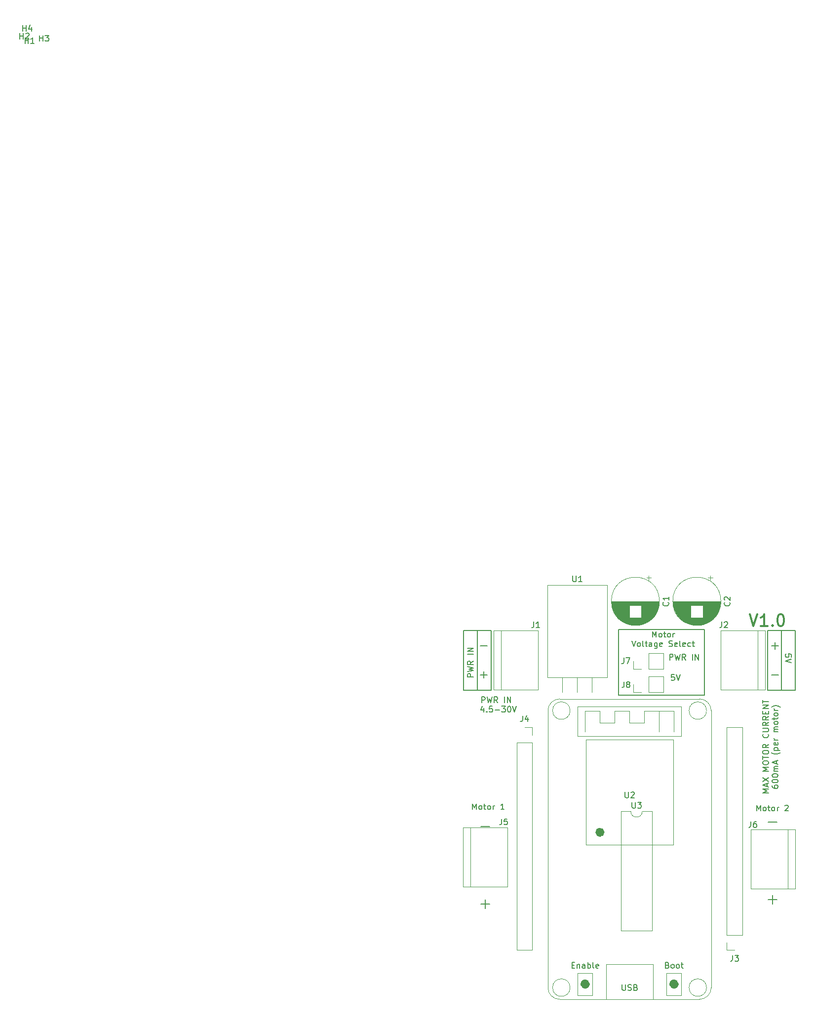
<source format=gbr>
%TF.GenerationSoftware,KiCad,Pcbnew,6.0.9-8da3e8f707~117~ubuntu18.04.1*%
%TF.CreationDate,2023-01-21T20:22:22-05:00*%
%TF.ProjectId,makers-motor-board,6d616b65-7273-42d6-9d6f-746f722d626f,rev?*%
%TF.SameCoordinates,Original*%
%TF.FileFunction,Legend,Top*%
%TF.FilePolarity,Positive*%
%FSLAX46Y46*%
G04 Gerber Fmt 4.6, Leading zero omitted, Abs format (unit mm)*
G04 Created by KiCad (PCBNEW 6.0.9-8da3e8f707~117~ubuntu18.04.1) date 2023-01-21 20:22:22*
%MOMM*%
%LPD*%
G01*
G04 APERTURE LIST*
%ADD10C,0.150000*%
%ADD11C,0.300000*%
%ADD12C,0.120000*%
%ADD13C,0.800000*%
%ADD14C,1.000000*%
G04 APERTURE END LIST*
D10*
X175209880Y-113505952D02*
X174209880Y-113505952D01*
X174924166Y-113172619D01*
X174209880Y-112839285D01*
X175209880Y-112839285D01*
X174924166Y-112410714D02*
X174924166Y-111934523D01*
X175209880Y-112505952D02*
X174209880Y-112172619D01*
X175209880Y-111839285D01*
X174209880Y-111601190D02*
X175209880Y-110934523D01*
X174209880Y-110934523D02*
X175209880Y-111601190D01*
X175209880Y-109791666D02*
X174209880Y-109791666D01*
X174924166Y-109458333D01*
X174209880Y-109125000D01*
X175209880Y-109125000D01*
X174209880Y-108458333D02*
X174209880Y-108267857D01*
X174257500Y-108172619D01*
X174352738Y-108077380D01*
X174543214Y-108029761D01*
X174876547Y-108029761D01*
X175067023Y-108077380D01*
X175162261Y-108172619D01*
X175209880Y-108267857D01*
X175209880Y-108458333D01*
X175162261Y-108553571D01*
X175067023Y-108648809D01*
X174876547Y-108696428D01*
X174543214Y-108696428D01*
X174352738Y-108648809D01*
X174257500Y-108553571D01*
X174209880Y-108458333D01*
X174209880Y-107744047D02*
X174209880Y-107172619D01*
X175209880Y-107458333D02*
X174209880Y-107458333D01*
X174209880Y-106648809D02*
X174209880Y-106458333D01*
X174257500Y-106363095D01*
X174352738Y-106267857D01*
X174543214Y-106220238D01*
X174876547Y-106220238D01*
X175067023Y-106267857D01*
X175162261Y-106363095D01*
X175209880Y-106458333D01*
X175209880Y-106648809D01*
X175162261Y-106744047D01*
X175067023Y-106839285D01*
X174876547Y-106886904D01*
X174543214Y-106886904D01*
X174352738Y-106839285D01*
X174257500Y-106744047D01*
X174209880Y-106648809D01*
X175209880Y-105220238D02*
X174733690Y-105553571D01*
X175209880Y-105791666D02*
X174209880Y-105791666D01*
X174209880Y-105410714D01*
X174257500Y-105315476D01*
X174305119Y-105267857D01*
X174400357Y-105220238D01*
X174543214Y-105220238D01*
X174638452Y-105267857D01*
X174686071Y-105315476D01*
X174733690Y-105410714D01*
X174733690Y-105791666D01*
X175114642Y-103458333D02*
X175162261Y-103505952D01*
X175209880Y-103648809D01*
X175209880Y-103744047D01*
X175162261Y-103886904D01*
X175067023Y-103982142D01*
X174971785Y-104029761D01*
X174781309Y-104077380D01*
X174638452Y-104077380D01*
X174447976Y-104029761D01*
X174352738Y-103982142D01*
X174257500Y-103886904D01*
X174209880Y-103744047D01*
X174209880Y-103648809D01*
X174257500Y-103505952D01*
X174305119Y-103458333D01*
X174209880Y-103029761D02*
X175019404Y-103029761D01*
X175114642Y-102982142D01*
X175162261Y-102934523D01*
X175209880Y-102839285D01*
X175209880Y-102648809D01*
X175162261Y-102553571D01*
X175114642Y-102505952D01*
X175019404Y-102458333D01*
X174209880Y-102458333D01*
X175209880Y-101410714D02*
X174733690Y-101744047D01*
X175209880Y-101982142D02*
X174209880Y-101982142D01*
X174209880Y-101601190D01*
X174257500Y-101505952D01*
X174305119Y-101458333D01*
X174400357Y-101410714D01*
X174543214Y-101410714D01*
X174638452Y-101458333D01*
X174686071Y-101505952D01*
X174733690Y-101601190D01*
X174733690Y-101982142D01*
X175209880Y-100410714D02*
X174733690Y-100744047D01*
X175209880Y-100982142D02*
X174209880Y-100982142D01*
X174209880Y-100601190D01*
X174257500Y-100505952D01*
X174305119Y-100458333D01*
X174400357Y-100410714D01*
X174543214Y-100410714D01*
X174638452Y-100458333D01*
X174686071Y-100505952D01*
X174733690Y-100601190D01*
X174733690Y-100982142D01*
X174686071Y-99982142D02*
X174686071Y-99648809D01*
X175209880Y-99505952D02*
X175209880Y-99982142D01*
X174209880Y-99982142D01*
X174209880Y-99505952D01*
X175209880Y-99077380D02*
X174209880Y-99077380D01*
X175209880Y-98505952D01*
X174209880Y-98505952D01*
X174209880Y-98172619D02*
X174209880Y-97601190D01*
X175209880Y-97886904D02*
X174209880Y-97886904D01*
X175819880Y-112267857D02*
X175819880Y-112458333D01*
X175867500Y-112553571D01*
X175915119Y-112601190D01*
X176057976Y-112696428D01*
X176248452Y-112744047D01*
X176629404Y-112744047D01*
X176724642Y-112696428D01*
X176772261Y-112648809D01*
X176819880Y-112553571D01*
X176819880Y-112363095D01*
X176772261Y-112267857D01*
X176724642Y-112220238D01*
X176629404Y-112172619D01*
X176391309Y-112172619D01*
X176296071Y-112220238D01*
X176248452Y-112267857D01*
X176200833Y-112363095D01*
X176200833Y-112553571D01*
X176248452Y-112648809D01*
X176296071Y-112696428D01*
X176391309Y-112744047D01*
X175819880Y-111553571D02*
X175819880Y-111458333D01*
X175867500Y-111363095D01*
X175915119Y-111315476D01*
X176010357Y-111267857D01*
X176200833Y-111220238D01*
X176438928Y-111220238D01*
X176629404Y-111267857D01*
X176724642Y-111315476D01*
X176772261Y-111363095D01*
X176819880Y-111458333D01*
X176819880Y-111553571D01*
X176772261Y-111648809D01*
X176724642Y-111696428D01*
X176629404Y-111744047D01*
X176438928Y-111791666D01*
X176200833Y-111791666D01*
X176010357Y-111744047D01*
X175915119Y-111696428D01*
X175867500Y-111648809D01*
X175819880Y-111553571D01*
X175819880Y-110601190D02*
X175819880Y-110505952D01*
X175867500Y-110410714D01*
X175915119Y-110363095D01*
X176010357Y-110315476D01*
X176200833Y-110267857D01*
X176438928Y-110267857D01*
X176629404Y-110315476D01*
X176724642Y-110363095D01*
X176772261Y-110410714D01*
X176819880Y-110505952D01*
X176819880Y-110601190D01*
X176772261Y-110696428D01*
X176724642Y-110744047D01*
X176629404Y-110791666D01*
X176438928Y-110839285D01*
X176200833Y-110839285D01*
X176010357Y-110791666D01*
X175915119Y-110744047D01*
X175867500Y-110696428D01*
X175819880Y-110601190D01*
X176819880Y-109839285D02*
X176153214Y-109839285D01*
X176248452Y-109839285D02*
X176200833Y-109791666D01*
X176153214Y-109696428D01*
X176153214Y-109553571D01*
X176200833Y-109458333D01*
X176296071Y-109410714D01*
X176819880Y-109410714D01*
X176296071Y-109410714D02*
X176200833Y-109363095D01*
X176153214Y-109267857D01*
X176153214Y-109125000D01*
X176200833Y-109029761D01*
X176296071Y-108982142D01*
X176819880Y-108982142D01*
X176534166Y-108553571D02*
X176534166Y-108077380D01*
X176819880Y-108648809D02*
X175819880Y-108315476D01*
X176819880Y-107982142D01*
X177200833Y-106601190D02*
X177153214Y-106648809D01*
X177010357Y-106744047D01*
X176915119Y-106791666D01*
X176772261Y-106839285D01*
X176534166Y-106886904D01*
X176343690Y-106886904D01*
X176105595Y-106839285D01*
X175962738Y-106791666D01*
X175867500Y-106744047D01*
X175724642Y-106648809D01*
X175677023Y-106601190D01*
X176153214Y-106220238D02*
X177153214Y-106220238D01*
X176200833Y-106220238D02*
X176153214Y-106125000D01*
X176153214Y-105934523D01*
X176200833Y-105839285D01*
X176248452Y-105791666D01*
X176343690Y-105744047D01*
X176629404Y-105744047D01*
X176724642Y-105791666D01*
X176772261Y-105839285D01*
X176819880Y-105934523D01*
X176819880Y-106125000D01*
X176772261Y-106220238D01*
X176772261Y-104934523D02*
X176819880Y-105029761D01*
X176819880Y-105220238D01*
X176772261Y-105315476D01*
X176677023Y-105363095D01*
X176296071Y-105363095D01*
X176200833Y-105315476D01*
X176153214Y-105220238D01*
X176153214Y-105029761D01*
X176200833Y-104934523D01*
X176296071Y-104886904D01*
X176391309Y-104886904D01*
X176486547Y-105363095D01*
X176819880Y-104458333D02*
X176153214Y-104458333D01*
X176343690Y-104458333D02*
X176248452Y-104410714D01*
X176200833Y-104363095D01*
X176153214Y-104267857D01*
X176153214Y-104172619D01*
X176819880Y-103077380D02*
X176153214Y-103077380D01*
X176248452Y-103077380D02*
X176200833Y-103029761D01*
X176153214Y-102934523D01*
X176153214Y-102791666D01*
X176200833Y-102696428D01*
X176296071Y-102648809D01*
X176819880Y-102648809D01*
X176296071Y-102648809D02*
X176200833Y-102601190D01*
X176153214Y-102505952D01*
X176153214Y-102363095D01*
X176200833Y-102267857D01*
X176296071Y-102220238D01*
X176819880Y-102220238D01*
X176819880Y-101601190D02*
X176772261Y-101696428D01*
X176724642Y-101744047D01*
X176629404Y-101791666D01*
X176343690Y-101791666D01*
X176248452Y-101744047D01*
X176200833Y-101696428D01*
X176153214Y-101601190D01*
X176153214Y-101458333D01*
X176200833Y-101363095D01*
X176248452Y-101315476D01*
X176343690Y-101267857D01*
X176629404Y-101267857D01*
X176724642Y-101315476D01*
X176772261Y-101363095D01*
X176819880Y-101458333D01*
X176819880Y-101601190D01*
X176153214Y-100982142D02*
X176153214Y-100601190D01*
X175819880Y-100839285D02*
X176677023Y-100839285D01*
X176772261Y-100791666D01*
X176819880Y-100696428D01*
X176819880Y-100601190D01*
X176819880Y-100125000D02*
X176772261Y-100220238D01*
X176724642Y-100267857D01*
X176629404Y-100315476D01*
X176343690Y-100315476D01*
X176248452Y-100267857D01*
X176200833Y-100220238D01*
X176153214Y-100125000D01*
X176153214Y-99982142D01*
X176200833Y-99886904D01*
X176248452Y-99839285D01*
X176343690Y-99791666D01*
X176629404Y-99791666D01*
X176724642Y-99839285D01*
X176772261Y-99886904D01*
X176819880Y-99982142D01*
X176819880Y-100125000D01*
X176819880Y-99363095D02*
X176153214Y-99363095D01*
X176343690Y-99363095D02*
X176248452Y-99315476D01*
X176200833Y-99267857D01*
X176153214Y-99172619D01*
X176153214Y-99077380D01*
X177200833Y-98839285D02*
X177153214Y-98791666D01*
X177010357Y-98696428D01*
X176915119Y-98648809D01*
X176772261Y-98601190D01*
X176534166Y-98553571D01*
X176343690Y-98553571D01*
X176105595Y-98601190D01*
X175962738Y-98648809D01*
X175867500Y-98696428D01*
X175724642Y-98791666D01*
X175677023Y-98839285D01*
D11*
X171952380Y-82904761D02*
X172619047Y-84904761D01*
X173285714Y-82904761D01*
X175000000Y-84904761D02*
X173857142Y-84904761D01*
X174428571Y-84904761D02*
X174428571Y-82904761D01*
X174238095Y-83190476D01*
X174047619Y-83380952D01*
X173857142Y-83476190D01*
X175857142Y-84714285D02*
X175952380Y-84809523D01*
X175857142Y-84904761D01*
X175761904Y-84809523D01*
X175857142Y-84714285D01*
X175857142Y-84904761D01*
X177190476Y-82904761D02*
X177380952Y-82904761D01*
X177571428Y-83000000D01*
X177666666Y-83095238D01*
X177761904Y-83285714D01*
X177857142Y-83666666D01*
X177857142Y-84142857D01*
X177761904Y-84523809D01*
X177666666Y-84714285D01*
X177571428Y-84809523D01*
X177380952Y-84904761D01*
X177190476Y-84904761D01*
X177000000Y-84809523D01*
X176904761Y-84714285D01*
X176809523Y-84523809D01*
X176714285Y-84142857D01*
X176714285Y-83666666D01*
X176809523Y-83285714D01*
X176904761Y-83095238D01*
X177000000Y-83000000D01*
X177190476Y-82904761D01*
D10*
X125850595Y-132567857D02*
X127374404Y-132567857D01*
X126612500Y-133329761D02*
X126612500Y-131805952D01*
X125850595Y-119317857D02*
X127374404Y-119317857D01*
X175100595Y-118567857D02*
X176624404Y-118567857D01*
X175100595Y-131817857D02*
X176624404Y-131817857D01*
X175862500Y-132579761D02*
X175862500Y-131055952D01*
X173172023Y-116627380D02*
X173172023Y-115627380D01*
X173505357Y-116341666D01*
X173838690Y-115627380D01*
X173838690Y-116627380D01*
X174457738Y-116627380D02*
X174362500Y-116579761D01*
X174314880Y-116532142D01*
X174267261Y-116436904D01*
X174267261Y-116151190D01*
X174314880Y-116055952D01*
X174362500Y-116008333D01*
X174457738Y-115960714D01*
X174600595Y-115960714D01*
X174695833Y-116008333D01*
X174743452Y-116055952D01*
X174791071Y-116151190D01*
X174791071Y-116436904D01*
X174743452Y-116532142D01*
X174695833Y-116579761D01*
X174600595Y-116627380D01*
X174457738Y-116627380D01*
X175076785Y-115960714D02*
X175457738Y-115960714D01*
X175219642Y-115627380D02*
X175219642Y-116484523D01*
X175267261Y-116579761D01*
X175362500Y-116627380D01*
X175457738Y-116627380D01*
X175933928Y-116627380D02*
X175838690Y-116579761D01*
X175791071Y-116532142D01*
X175743452Y-116436904D01*
X175743452Y-116151190D01*
X175791071Y-116055952D01*
X175838690Y-116008333D01*
X175933928Y-115960714D01*
X176076785Y-115960714D01*
X176172023Y-116008333D01*
X176219642Y-116055952D01*
X176267261Y-116151190D01*
X176267261Y-116436904D01*
X176219642Y-116532142D01*
X176172023Y-116579761D01*
X176076785Y-116627380D01*
X175933928Y-116627380D01*
X176695833Y-116627380D02*
X176695833Y-115960714D01*
X176695833Y-116151190D02*
X176743452Y-116055952D01*
X176791071Y-116008333D01*
X176886309Y-115960714D01*
X176981547Y-115960714D01*
X178029166Y-115722619D02*
X178076785Y-115675000D01*
X178172023Y-115627380D01*
X178410119Y-115627380D01*
X178505357Y-115675000D01*
X178552976Y-115722619D01*
X178600595Y-115817857D01*
X178600595Y-115913095D01*
X178552976Y-116055952D01*
X177981547Y-116627380D01*
X178600595Y-116627380D01*
X124422023Y-116377380D02*
X124422023Y-115377380D01*
X124755357Y-116091666D01*
X125088690Y-115377380D01*
X125088690Y-116377380D01*
X125707738Y-116377380D02*
X125612500Y-116329761D01*
X125564880Y-116282142D01*
X125517261Y-116186904D01*
X125517261Y-115901190D01*
X125564880Y-115805952D01*
X125612500Y-115758333D01*
X125707738Y-115710714D01*
X125850595Y-115710714D01*
X125945833Y-115758333D01*
X125993452Y-115805952D01*
X126041071Y-115901190D01*
X126041071Y-116186904D01*
X125993452Y-116282142D01*
X125945833Y-116329761D01*
X125850595Y-116377380D01*
X125707738Y-116377380D01*
X126326785Y-115710714D02*
X126707738Y-115710714D01*
X126469642Y-115377380D02*
X126469642Y-116234523D01*
X126517261Y-116329761D01*
X126612500Y-116377380D01*
X126707738Y-116377380D01*
X127183928Y-116377380D02*
X127088690Y-116329761D01*
X127041071Y-116282142D01*
X126993452Y-116186904D01*
X126993452Y-115901190D01*
X127041071Y-115805952D01*
X127088690Y-115758333D01*
X127183928Y-115710714D01*
X127326785Y-115710714D01*
X127422023Y-115758333D01*
X127469642Y-115805952D01*
X127517261Y-115901190D01*
X127517261Y-116186904D01*
X127469642Y-116282142D01*
X127422023Y-116329761D01*
X127326785Y-116377380D01*
X127183928Y-116377380D01*
X127945833Y-116377380D02*
X127945833Y-115710714D01*
X127945833Y-115901190D02*
X127993452Y-115805952D01*
X128041071Y-115758333D01*
X128136309Y-115710714D01*
X128231547Y-115710714D01*
X129850595Y-116377380D02*
X129279166Y-116377380D01*
X129564880Y-116377380D02*
X129564880Y-115377380D01*
X129469642Y-115520238D01*
X129374404Y-115615476D01*
X129279166Y-115663095D01*
X126005357Y-98072380D02*
X126005357Y-97072380D01*
X126386309Y-97072380D01*
X126481547Y-97120000D01*
X126529166Y-97167619D01*
X126576785Y-97262857D01*
X126576785Y-97405714D01*
X126529166Y-97500952D01*
X126481547Y-97548571D01*
X126386309Y-97596190D01*
X126005357Y-97596190D01*
X126910119Y-97072380D02*
X127148214Y-98072380D01*
X127338690Y-97358095D01*
X127529166Y-98072380D01*
X127767261Y-97072380D01*
X128719642Y-98072380D02*
X128386309Y-97596190D01*
X128148214Y-98072380D02*
X128148214Y-97072380D01*
X128529166Y-97072380D01*
X128624404Y-97120000D01*
X128672023Y-97167619D01*
X128719642Y-97262857D01*
X128719642Y-97405714D01*
X128672023Y-97500952D01*
X128624404Y-97548571D01*
X128529166Y-97596190D01*
X128148214Y-97596190D01*
X129910119Y-98072380D02*
X129910119Y-97072380D01*
X130386309Y-98072380D02*
X130386309Y-97072380D01*
X130957738Y-98072380D01*
X130957738Y-97072380D01*
X126338690Y-99015714D02*
X126338690Y-99682380D01*
X126100595Y-98634761D02*
X125862500Y-99349047D01*
X126481547Y-99349047D01*
X126862500Y-99587142D02*
X126910119Y-99634761D01*
X126862500Y-99682380D01*
X126814880Y-99634761D01*
X126862500Y-99587142D01*
X126862500Y-99682380D01*
X127814880Y-98682380D02*
X127338690Y-98682380D01*
X127291071Y-99158571D01*
X127338690Y-99110952D01*
X127433928Y-99063333D01*
X127672023Y-99063333D01*
X127767261Y-99110952D01*
X127814880Y-99158571D01*
X127862500Y-99253809D01*
X127862500Y-99491904D01*
X127814880Y-99587142D01*
X127767261Y-99634761D01*
X127672023Y-99682380D01*
X127433928Y-99682380D01*
X127338690Y-99634761D01*
X127291071Y-99587142D01*
X128291071Y-99301428D02*
X129052976Y-99301428D01*
X129433928Y-98682380D02*
X130052976Y-98682380D01*
X129719642Y-99063333D01*
X129862500Y-99063333D01*
X129957738Y-99110952D01*
X130005357Y-99158571D01*
X130052976Y-99253809D01*
X130052976Y-99491904D01*
X130005357Y-99587142D01*
X129957738Y-99634761D01*
X129862500Y-99682380D01*
X129576785Y-99682380D01*
X129481547Y-99634761D01*
X129433928Y-99587142D01*
X130672023Y-98682380D02*
X130767261Y-98682380D01*
X130862500Y-98730000D01*
X130910119Y-98777619D01*
X130957738Y-98872857D01*
X131005357Y-99063333D01*
X131005357Y-99301428D01*
X130957738Y-99491904D01*
X130910119Y-99587142D01*
X130862500Y-99634761D01*
X130767261Y-99682380D01*
X130672023Y-99682380D01*
X130576785Y-99634761D01*
X130529166Y-99587142D01*
X130481547Y-99491904D01*
X130433928Y-99301428D01*
X130433928Y-99063333D01*
X130481547Y-98872857D01*
X130529166Y-98777619D01*
X130576785Y-98730000D01*
X130672023Y-98682380D01*
X131291071Y-98682380D02*
X131624404Y-99682380D01*
X131957738Y-98682380D01*
X179800000Y-85670000D02*
X177425000Y-85670000D01*
X177425000Y-85670000D02*
X177425000Y-95920000D01*
X177425000Y-95920000D02*
X179800000Y-95920000D01*
X179800000Y-95920000D02*
X179800000Y-85670000D01*
X176871428Y-93312857D02*
X175728571Y-93312857D01*
X179097619Y-90229523D02*
X179097619Y-89753333D01*
X178621428Y-89705714D01*
X178669047Y-89753333D01*
X178716666Y-89848571D01*
X178716666Y-90086666D01*
X178669047Y-90181904D01*
X178621428Y-90229523D01*
X178526190Y-90277142D01*
X178288095Y-90277142D01*
X178192857Y-90229523D01*
X178145238Y-90181904D01*
X178097619Y-90086666D01*
X178097619Y-89848571D01*
X178145238Y-89753333D01*
X178192857Y-89705714D01*
X179097619Y-90562857D02*
X178097619Y-90896190D01*
X179097619Y-91229523D01*
X175050000Y-95920000D02*
X179800000Y-95920000D01*
X179800000Y-95920000D02*
X179800000Y-85670000D01*
X179800000Y-85670000D02*
X175050000Y-85670000D01*
X175050000Y-85670000D02*
X175050000Y-95920000D01*
X176871428Y-88312857D02*
X175728571Y-88312857D01*
X176300000Y-87741428D02*
X176300000Y-88884285D01*
X122862500Y-95925000D02*
X125237500Y-95925000D01*
X125237500Y-95925000D02*
X125237500Y-85675000D01*
X125237500Y-85675000D02*
X122862500Y-85675000D01*
X122862500Y-85675000D02*
X122862500Y-95925000D01*
X127612500Y-85675000D02*
X122862500Y-85675000D01*
X122862500Y-85675000D02*
X122862500Y-95925000D01*
X122862500Y-95925000D02*
X127612500Y-95925000D01*
X127612500Y-95925000D02*
X127612500Y-85675000D01*
X124564880Y-93651190D02*
X123564880Y-93651190D01*
X123564880Y-93270238D01*
X123612500Y-93175000D01*
X123660119Y-93127380D01*
X123755357Y-93079761D01*
X123898214Y-93079761D01*
X123993452Y-93127380D01*
X124041071Y-93175000D01*
X124088690Y-93270238D01*
X124088690Y-93651190D01*
X123564880Y-92746428D02*
X124564880Y-92508333D01*
X123850595Y-92317857D01*
X124564880Y-92127380D01*
X123564880Y-91889285D01*
X124564880Y-90936904D02*
X124088690Y-91270238D01*
X124564880Y-91508333D02*
X123564880Y-91508333D01*
X123564880Y-91127380D01*
X123612500Y-91032142D01*
X123660119Y-90984523D01*
X123755357Y-90936904D01*
X123898214Y-90936904D01*
X123993452Y-90984523D01*
X124041071Y-91032142D01*
X124088690Y-91127380D01*
X124088690Y-91508333D01*
X124564880Y-89746428D02*
X123564880Y-89746428D01*
X124564880Y-89270238D02*
X123564880Y-89270238D01*
X124564880Y-88698809D01*
X123564880Y-88698809D01*
X125791071Y-93282142D02*
X126933928Y-93282142D01*
X126362500Y-93853571D02*
X126362500Y-92710714D01*
X125791071Y-88282142D02*
X126933928Y-88282142D01*
X149478500Y-85538000D02*
X164228500Y-85538000D01*
X164228500Y-85538000D02*
X164228500Y-96788000D01*
X164228500Y-96788000D02*
X149478500Y-96788000D01*
X149478500Y-96788000D02*
X149478500Y-85538000D01*
X158252309Y-90740380D02*
X158252309Y-89740380D01*
X158633261Y-89740380D01*
X158728500Y-89788000D01*
X158776119Y-89835619D01*
X158823738Y-89930857D01*
X158823738Y-90073714D01*
X158776119Y-90168952D01*
X158728500Y-90216571D01*
X158633261Y-90264190D01*
X158252309Y-90264190D01*
X159157071Y-89740380D02*
X159395166Y-90740380D01*
X159585642Y-90026095D01*
X159776119Y-90740380D01*
X160014214Y-89740380D01*
X160966595Y-90740380D02*
X160633261Y-90264190D01*
X160395166Y-90740380D02*
X160395166Y-89740380D01*
X160776119Y-89740380D01*
X160871357Y-89788000D01*
X160918976Y-89835619D01*
X160966595Y-89930857D01*
X160966595Y-90073714D01*
X160918976Y-90168952D01*
X160871357Y-90216571D01*
X160776119Y-90264190D01*
X160395166Y-90264190D01*
X162157071Y-90740380D02*
X162157071Y-89740380D01*
X162633261Y-90740380D02*
X162633261Y-89740380D01*
X163204690Y-90740380D01*
X163204690Y-89740380D01*
X159038023Y-93240380D02*
X158561833Y-93240380D01*
X158514214Y-93716571D01*
X158561833Y-93668952D01*
X158657071Y-93621333D01*
X158895166Y-93621333D01*
X158990404Y-93668952D01*
X159038023Y-93716571D01*
X159085642Y-93811809D01*
X159085642Y-94049904D01*
X159038023Y-94145142D01*
X158990404Y-94192761D01*
X158895166Y-94240380D01*
X158657071Y-94240380D01*
X158561833Y-94192761D01*
X158514214Y-94145142D01*
X159371357Y-93240380D02*
X159704690Y-94240380D01*
X160038023Y-93240380D01*
X155279166Y-86822380D02*
X155279166Y-85822380D01*
X155612500Y-86536666D01*
X155945833Y-85822380D01*
X155945833Y-86822380D01*
X156564880Y-86822380D02*
X156469642Y-86774761D01*
X156422023Y-86727142D01*
X156374404Y-86631904D01*
X156374404Y-86346190D01*
X156422023Y-86250952D01*
X156469642Y-86203333D01*
X156564880Y-86155714D01*
X156707738Y-86155714D01*
X156802976Y-86203333D01*
X156850595Y-86250952D01*
X156898214Y-86346190D01*
X156898214Y-86631904D01*
X156850595Y-86727142D01*
X156802976Y-86774761D01*
X156707738Y-86822380D01*
X156564880Y-86822380D01*
X157183928Y-86155714D02*
X157564880Y-86155714D01*
X157326785Y-85822380D02*
X157326785Y-86679523D01*
X157374404Y-86774761D01*
X157469642Y-86822380D01*
X157564880Y-86822380D01*
X158041071Y-86822380D02*
X157945833Y-86774761D01*
X157898214Y-86727142D01*
X157850595Y-86631904D01*
X157850595Y-86346190D01*
X157898214Y-86250952D01*
X157945833Y-86203333D01*
X158041071Y-86155714D01*
X158183928Y-86155714D01*
X158279166Y-86203333D01*
X158326785Y-86250952D01*
X158374404Y-86346190D01*
X158374404Y-86631904D01*
X158326785Y-86727142D01*
X158279166Y-86774761D01*
X158183928Y-86822380D01*
X158041071Y-86822380D01*
X158802976Y-86822380D02*
X158802976Y-86155714D01*
X158802976Y-86346190D02*
X158850595Y-86250952D01*
X158898214Y-86203333D01*
X158993452Y-86155714D01*
X159088690Y-86155714D01*
X151755357Y-87432380D02*
X152088690Y-88432380D01*
X152422023Y-87432380D01*
X152898214Y-88432380D02*
X152802976Y-88384761D01*
X152755357Y-88337142D01*
X152707738Y-88241904D01*
X152707738Y-87956190D01*
X152755357Y-87860952D01*
X152802976Y-87813333D01*
X152898214Y-87765714D01*
X153041071Y-87765714D01*
X153136309Y-87813333D01*
X153183928Y-87860952D01*
X153231547Y-87956190D01*
X153231547Y-88241904D01*
X153183928Y-88337142D01*
X153136309Y-88384761D01*
X153041071Y-88432380D01*
X152898214Y-88432380D01*
X153802976Y-88432380D02*
X153707738Y-88384761D01*
X153660119Y-88289523D01*
X153660119Y-87432380D01*
X154041071Y-87765714D02*
X154422023Y-87765714D01*
X154183928Y-87432380D02*
X154183928Y-88289523D01*
X154231547Y-88384761D01*
X154326785Y-88432380D01*
X154422023Y-88432380D01*
X155183928Y-88432380D02*
X155183928Y-87908571D01*
X155136309Y-87813333D01*
X155041071Y-87765714D01*
X154850595Y-87765714D01*
X154755357Y-87813333D01*
X155183928Y-88384761D02*
X155088690Y-88432380D01*
X154850595Y-88432380D01*
X154755357Y-88384761D01*
X154707738Y-88289523D01*
X154707738Y-88194285D01*
X154755357Y-88099047D01*
X154850595Y-88051428D01*
X155088690Y-88051428D01*
X155183928Y-88003809D01*
X156088690Y-87765714D02*
X156088690Y-88575238D01*
X156041071Y-88670476D01*
X155993452Y-88718095D01*
X155898214Y-88765714D01*
X155755357Y-88765714D01*
X155660119Y-88718095D01*
X156088690Y-88384761D02*
X155993452Y-88432380D01*
X155802976Y-88432380D01*
X155707738Y-88384761D01*
X155660119Y-88337142D01*
X155612500Y-88241904D01*
X155612500Y-87956190D01*
X155660119Y-87860952D01*
X155707738Y-87813333D01*
X155802976Y-87765714D01*
X155993452Y-87765714D01*
X156088690Y-87813333D01*
X156945833Y-88384761D02*
X156850595Y-88432380D01*
X156660119Y-88432380D01*
X156564880Y-88384761D01*
X156517261Y-88289523D01*
X156517261Y-87908571D01*
X156564880Y-87813333D01*
X156660119Y-87765714D01*
X156850595Y-87765714D01*
X156945833Y-87813333D01*
X156993452Y-87908571D01*
X156993452Y-88003809D01*
X156517261Y-88099047D01*
X158136309Y-88384761D02*
X158279166Y-88432380D01*
X158517261Y-88432380D01*
X158612500Y-88384761D01*
X158660119Y-88337142D01*
X158707738Y-88241904D01*
X158707738Y-88146666D01*
X158660119Y-88051428D01*
X158612500Y-88003809D01*
X158517261Y-87956190D01*
X158326785Y-87908571D01*
X158231547Y-87860952D01*
X158183928Y-87813333D01*
X158136309Y-87718095D01*
X158136309Y-87622857D01*
X158183928Y-87527619D01*
X158231547Y-87480000D01*
X158326785Y-87432380D01*
X158564880Y-87432380D01*
X158707738Y-87480000D01*
X159517261Y-88384761D02*
X159422023Y-88432380D01*
X159231547Y-88432380D01*
X159136309Y-88384761D01*
X159088690Y-88289523D01*
X159088690Y-87908571D01*
X159136309Y-87813333D01*
X159231547Y-87765714D01*
X159422023Y-87765714D01*
X159517261Y-87813333D01*
X159564880Y-87908571D01*
X159564880Y-88003809D01*
X159088690Y-88099047D01*
X160136309Y-88432380D02*
X160041071Y-88384761D01*
X159993452Y-88289523D01*
X159993452Y-87432380D01*
X160898214Y-88384761D02*
X160802976Y-88432380D01*
X160612500Y-88432380D01*
X160517261Y-88384761D01*
X160469642Y-88289523D01*
X160469642Y-87908571D01*
X160517261Y-87813333D01*
X160612500Y-87765714D01*
X160802976Y-87765714D01*
X160898214Y-87813333D01*
X160945833Y-87908571D01*
X160945833Y-88003809D01*
X160469642Y-88099047D01*
X161802976Y-88384761D02*
X161707738Y-88432380D01*
X161517261Y-88432380D01*
X161422023Y-88384761D01*
X161374404Y-88337142D01*
X161326785Y-88241904D01*
X161326785Y-87956190D01*
X161374404Y-87860952D01*
X161422023Y-87813333D01*
X161517261Y-87765714D01*
X161707738Y-87765714D01*
X161802976Y-87813333D01*
X162088690Y-87765714D02*
X162469642Y-87765714D01*
X162231547Y-87432380D02*
X162231547Y-88289523D01*
X162279166Y-88384761D01*
X162374404Y-88432380D01*
X162469642Y-88432380D01*
%TO.C,J8*%
X150416666Y-94452380D02*
X150416666Y-95166666D01*
X150369047Y-95309523D01*
X150273809Y-95404761D01*
X150130952Y-95452380D01*
X150035714Y-95452380D01*
X151035714Y-94880952D02*
X150940476Y-94833333D01*
X150892857Y-94785714D01*
X150845238Y-94690476D01*
X150845238Y-94642857D01*
X150892857Y-94547619D01*
X150940476Y-94500000D01*
X151035714Y-94452380D01*
X151226190Y-94452380D01*
X151321428Y-94500000D01*
X151369047Y-94547619D01*
X151416666Y-94642857D01*
X151416666Y-94690476D01*
X151369047Y-94785714D01*
X151321428Y-94833333D01*
X151226190Y-94880952D01*
X151035714Y-94880952D01*
X150940476Y-94928571D01*
X150892857Y-94976190D01*
X150845238Y-95071428D01*
X150845238Y-95261904D01*
X150892857Y-95357142D01*
X150940476Y-95404761D01*
X151035714Y-95452380D01*
X151226190Y-95452380D01*
X151321428Y-95404761D01*
X151369047Y-95357142D01*
X151416666Y-95261904D01*
X151416666Y-95071428D01*
X151369047Y-94976190D01*
X151321428Y-94928571D01*
X151226190Y-94880952D01*
%TO.C,J7*%
X150395166Y-90377380D02*
X150395166Y-91091666D01*
X150347547Y-91234523D01*
X150252309Y-91329761D01*
X150109452Y-91377380D01*
X150014214Y-91377380D01*
X150776119Y-90377380D02*
X151442785Y-90377380D01*
X151014214Y-91377380D01*
%TO.C,J6*%
X172166666Y-118452380D02*
X172166666Y-119166666D01*
X172119047Y-119309523D01*
X172023809Y-119404761D01*
X171880952Y-119452380D01*
X171785714Y-119452380D01*
X173071428Y-118452380D02*
X172880952Y-118452380D01*
X172785714Y-118500000D01*
X172738095Y-118547619D01*
X172642857Y-118690476D01*
X172595238Y-118880952D01*
X172595238Y-119261904D01*
X172642857Y-119357142D01*
X172690476Y-119404761D01*
X172785714Y-119452380D01*
X172976190Y-119452380D01*
X173071428Y-119404761D01*
X173119047Y-119357142D01*
X173166666Y-119261904D01*
X173166666Y-119023809D01*
X173119047Y-118928571D01*
X173071428Y-118880952D01*
X172976190Y-118833333D01*
X172785714Y-118833333D01*
X172690476Y-118880952D01*
X172642857Y-118928571D01*
X172595238Y-119023809D01*
%TO.C,J5*%
X129416666Y-117992380D02*
X129416666Y-118706666D01*
X129369047Y-118849523D01*
X129273809Y-118944761D01*
X129130952Y-118992380D01*
X129035714Y-118992380D01*
X130369047Y-117992380D02*
X129892857Y-117992380D01*
X129845238Y-118468571D01*
X129892857Y-118420952D01*
X129988095Y-118373333D01*
X130226190Y-118373333D01*
X130321428Y-118420952D01*
X130369047Y-118468571D01*
X130416666Y-118563809D01*
X130416666Y-118801904D01*
X130369047Y-118897142D01*
X130321428Y-118944761D01*
X130226190Y-118992380D01*
X129988095Y-118992380D01*
X129892857Y-118944761D01*
X129845238Y-118897142D01*
%TO.C,J4*%
X133029166Y-100297380D02*
X133029166Y-101011666D01*
X132981547Y-101154523D01*
X132886309Y-101249761D01*
X132743452Y-101297380D01*
X132648214Y-101297380D01*
X133933928Y-100630714D02*
X133933928Y-101297380D01*
X133695833Y-100249761D02*
X133457738Y-100964047D01*
X134076785Y-100964047D01*
%TO.C,J3*%
X169029166Y-141397380D02*
X169029166Y-142111666D01*
X168981547Y-142254523D01*
X168886309Y-142349761D01*
X168743452Y-142397380D01*
X168648214Y-142397380D01*
X169410119Y-141397380D02*
X170029166Y-141397380D01*
X169695833Y-141778333D01*
X169838690Y-141778333D01*
X169933928Y-141825952D01*
X169981547Y-141873571D01*
X170029166Y-141968809D01*
X170029166Y-142206904D01*
X169981547Y-142302142D01*
X169933928Y-142349761D01*
X169838690Y-142397380D01*
X169552976Y-142397380D01*
X169457738Y-142349761D01*
X169410119Y-142302142D01*
%TO.C,J2*%
X167166666Y-84202380D02*
X167166666Y-84916666D01*
X167119047Y-85059523D01*
X167023809Y-85154761D01*
X166880952Y-85202380D01*
X166785714Y-85202380D01*
X167595238Y-84297619D02*
X167642857Y-84250000D01*
X167738095Y-84202380D01*
X167976190Y-84202380D01*
X168071428Y-84250000D01*
X168119047Y-84297619D01*
X168166666Y-84392857D01*
X168166666Y-84488095D01*
X168119047Y-84630952D01*
X167547619Y-85202380D01*
X168166666Y-85202380D01*
%TO.C,J1*%
X134916666Y-84202380D02*
X134916666Y-84916666D01*
X134869047Y-85059523D01*
X134773809Y-85154761D01*
X134630952Y-85202380D01*
X134535714Y-85202380D01*
X135916666Y-85202380D02*
X135345238Y-85202380D01*
X135630952Y-85202380D02*
X135630952Y-84202380D01*
X135535714Y-84345238D01*
X135440476Y-84440476D01*
X135345238Y-84488095D01*
%TO.C,U2*%
X150600595Y-113387380D02*
X150600595Y-114196904D01*
X150648214Y-114292142D01*
X150695833Y-114339761D01*
X150791071Y-114387380D01*
X150981547Y-114387380D01*
X151076785Y-114339761D01*
X151124404Y-114292142D01*
X151172023Y-114196904D01*
X151172023Y-113387380D01*
X151600595Y-113482619D02*
X151648214Y-113435000D01*
X151743452Y-113387380D01*
X151981547Y-113387380D01*
X152076785Y-113435000D01*
X152124404Y-113482619D01*
X152172023Y-113577857D01*
X152172023Y-113673095D01*
X152124404Y-113815952D01*
X151552976Y-114387380D01*
X152172023Y-114387380D01*
X141480595Y-143073571D02*
X141813928Y-143073571D01*
X141956785Y-143597380D02*
X141480595Y-143597380D01*
X141480595Y-142597380D01*
X141956785Y-142597380D01*
X142385357Y-142930714D02*
X142385357Y-143597380D01*
X142385357Y-143025952D02*
X142432976Y-142978333D01*
X142528214Y-142930714D01*
X142671071Y-142930714D01*
X142766309Y-142978333D01*
X142813928Y-143073571D01*
X142813928Y-143597380D01*
X143718690Y-143597380D02*
X143718690Y-143073571D01*
X143671071Y-142978333D01*
X143575833Y-142930714D01*
X143385357Y-142930714D01*
X143290119Y-142978333D01*
X143718690Y-143549761D02*
X143623452Y-143597380D01*
X143385357Y-143597380D01*
X143290119Y-143549761D01*
X143242500Y-143454523D01*
X143242500Y-143359285D01*
X143290119Y-143264047D01*
X143385357Y-143216428D01*
X143623452Y-143216428D01*
X143718690Y-143168809D01*
X144194880Y-143597380D02*
X144194880Y-142597380D01*
X144194880Y-142978333D02*
X144290119Y-142930714D01*
X144480595Y-142930714D01*
X144575833Y-142978333D01*
X144623452Y-143025952D01*
X144671071Y-143121190D01*
X144671071Y-143406904D01*
X144623452Y-143502142D01*
X144575833Y-143549761D01*
X144480595Y-143597380D01*
X144290119Y-143597380D01*
X144194880Y-143549761D01*
X145242500Y-143597380D02*
X145147261Y-143549761D01*
X145099642Y-143454523D01*
X145099642Y-142597380D01*
X146004404Y-143549761D02*
X145909166Y-143597380D01*
X145718690Y-143597380D01*
X145623452Y-143549761D01*
X145575833Y-143454523D01*
X145575833Y-143073571D01*
X145623452Y-142978333D01*
X145718690Y-142930714D01*
X145909166Y-142930714D01*
X146004404Y-142978333D01*
X146052023Y-143073571D01*
X146052023Y-143168809D01*
X145575833Y-143264047D01*
X157863452Y-143073571D02*
X158006309Y-143121190D01*
X158053928Y-143168809D01*
X158101547Y-143264047D01*
X158101547Y-143406904D01*
X158053928Y-143502142D01*
X158006309Y-143549761D01*
X157911071Y-143597380D01*
X157530119Y-143597380D01*
X157530119Y-142597380D01*
X157863452Y-142597380D01*
X157958690Y-142645000D01*
X158006309Y-142692619D01*
X158053928Y-142787857D01*
X158053928Y-142883095D01*
X158006309Y-142978333D01*
X157958690Y-143025952D01*
X157863452Y-143073571D01*
X157530119Y-143073571D01*
X158672976Y-143597380D02*
X158577738Y-143549761D01*
X158530119Y-143502142D01*
X158482500Y-143406904D01*
X158482500Y-143121190D01*
X158530119Y-143025952D01*
X158577738Y-142978333D01*
X158672976Y-142930714D01*
X158815833Y-142930714D01*
X158911071Y-142978333D01*
X158958690Y-143025952D01*
X159006309Y-143121190D01*
X159006309Y-143406904D01*
X158958690Y-143502142D01*
X158911071Y-143549761D01*
X158815833Y-143597380D01*
X158672976Y-143597380D01*
X159577738Y-143597380D02*
X159482500Y-143549761D01*
X159434880Y-143502142D01*
X159387261Y-143406904D01*
X159387261Y-143121190D01*
X159434880Y-143025952D01*
X159482500Y-142978333D01*
X159577738Y-142930714D01*
X159720595Y-142930714D01*
X159815833Y-142978333D01*
X159863452Y-143025952D01*
X159911071Y-143121190D01*
X159911071Y-143406904D01*
X159863452Y-143502142D01*
X159815833Y-143549761D01*
X159720595Y-143597380D01*
X159577738Y-143597380D01*
X160196785Y-142930714D02*
X160577738Y-142930714D01*
X160339642Y-142597380D02*
X160339642Y-143454523D01*
X160387261Y-143549761D01*
X160482500Y-143597380D01*
X160577738Y-143597380D01*
X150100595Y-146407380D02*
X150100595Y-147216904D01*
X150148214Y-147312142D01*
X150195833Y-147359761D01*
X150291071Y-147407380D01*
X150481547Y-147407380D01*
X150576785Y-147359761D01*
X150624404Y-147312142D01*
X150672023Y-147216904D01*
X150672023Y-146407380D01*
X151100595Y-147359761D02*
X151243452Y-147407380D01*
X151481547Y-147407380D01*
X151576785Y-147359761D01*
X151624404Y-147312142D01*
X151672023Y-147216904D01*
X151672023Y-147121666D01*
X151624404Y-147026428D01*
X151576785Y-146978809D01*
X151481547Y-146931190D01*
X151291071Y-146883571D01*
X151195833Y-146835952D01*
X151148214Y-146788333D01*
X151100595Y-146693095D01*
X151100595Y-146597857D01*
X151148214Y-146502619D01*
X151195833Y-146455000D01*
X151291071Y-146407380D01*
X151529166Y-146407380D01*
X151672023Y-146455000D01*
X152433928Y-146883571D02*
X152576785Y-146931190D01*
X152624404Y-146978809D01*
X152672023Y-147074047D01*
X152672023Y-147216904D01*
X152624404Y-147312142D01*
X152576785Y-147359761D01*
X152481547Y-147407380D01*
X152100595Y-147407380D01*
X152100595Y-146407380D01*
X152433928Y-146407380D01*
X152529166Y-146455000D01*
X152576785Y-146502619D01*
X152624404Y-146597857D01*
X152624404Y-146693095D01*
X152576785Y-146788333D01*
X152529166Y-146835952D01*
X152433928Y-146883571D01*
X152100595Y-146883571D01*
%TO.C,C1*%
X157969642Y-80841666D02*
X158017261Y-80889285D01*
X158064880Y-81032142D01*
X158064880Y-81127380D01*
X158017261Y-81270238D01*
X157922023Y-81365476D01*
X157826785Y-81413095D01*
X157636309Y-81460714D01*
X157493452Y-81460714D01*
X157302976Y-81413095D01*
X157207738Y-81365476D01*
X157112500Y-81270238D01*
X157064880Y-81127380D01*
X157064880Y-81032142D01*
X157112500Y-80889285D01*
X157160119Y-80841666D01*
X158064880Y-79889285D02*
X158064880Y-80460714D01*
X158064880Y-80175000D02*
X157064880Y-80175000D01*
X157207738Y-80270238D01*
X157302976Y-80365476D01*
X157350595Y-80460714D01*
%TO.C,H2*%
X46788095Y15747619D02*
X46788095Y16747619D01*
X46788095Y16271428D02*
X47359523Y16271428D01*
X47359523Y15747619D02*
X47359523Y16747619D01*
X47788095Y16652380D02*
X47835714Y16700000D01*
X47930952Y16747619D01*
X48169047Y16747619D01*
X48264285Y16700000D01*
X48311904Y16652380D01*
X48359523Y16557142D01*
X48359523Y16461904D01*
X48311904Y16319047D01*
X47740476Y15747619D01*
X48359523Y15747619D01*
%TO.C,H3*%
X50163095Y15372619D02*
X50163095Y16372619D01*
X50163095Y15896428D02*
X50734523Y15896428D01*
X50734523Y15372619D02*
X50734523Y16372619D01*
X51115476Y16372619D02*
X51734523Y16372619D01*
X51401190Y15991666D01*
X51544047Y15991666D01*
X51639285Y15944047D01*
X51686904Y15896428D01*
X51734523Y15801190D01*
X51734523Y15563095D01*
X51686904Y15467857D01*
X51639285Y15420238D01*
X51544047Y15372619D01*
X51258333Y15372619D01*
X51163095Y15420238D01*
X51115476Y15467857D01*
%TO.C,U1*%
X141635595Y-76312380D02*
X141635595Y-77121904D01*
X141683214Y-77217142D01*
X141730833Y-77264761D01*
X141826071Y-77312380D01*
X142016547Y-77312380D01*
X142111785Y-77264761D01*
X142159404Y-77217142D01*
X142207023Y-77121904D01*
X142207023Y-76312380D01*
X143207023Y-77312380D02*
X142635595Y-77312380D01*
X142921309Y-77312380D02*
X142921309Y-76312380D01*
X142826071Y-76455238D01*
X142730833Y-76550476D01*
X142635595Y-76598095D01*
%TO.C,U3*%
X151790595Y-115137380D02*
X151790595Y-115946904D01*
X151838214Y-116042142D01*
X151885833Y-116089761D01*
X151981071Y-116137380D01*
X152171547Y-116137380D01*
X152266785Y-116089761D01*
X152314404Y-116042142D01*
X152362023Y-115946904D01*
X152362023Y-115137380D01*
X152742976Y-115137380D02*
X153362023Y-115137380D01*
X153028690Y-115518333D01*
X153171547Y-115518333D01*
X153266785Y-115565952D01*
X153314404Y-115613571D01*
X153362023Y-115708809D01*
X153362023Y-115946904D01*
X153314404Y-116042142D01*
X153266785Y-116089761D01*
X153171547Y-116137380D01*
X152885833Y-116137380D01*
X152790595Y-116089761D01*
X152742976Y-116042142D01*
%TO.C,H1*%
X47663095Y14997619D02*
X47663095Y15997619D01*
X47663095Y15521428D02*
X48234523Y15521428D01*
X48234523Y14997619D02*
X48234523Y15997619D01*
X49234523Y14997619D02*
X48663095Y14997619D01*
X48948809Y14997619D02*
X48948809Y15997619D01*
X48853571Y15854761D01*
X48758333Y15759523D01*
X48663095Y15711904D01*
%TO.C,C2*%
X168504642Y-80841666D02*
X168552261Y-80889285D01*
X168599880Y-81032142D01*
X168599880Y-81127380D01*
X168552261Y-81270238D01*
X168457023Y-81365476D01*
X168361785Y-81413095D01*
X168171309Y-81460714D01*
X168028452Y-81460714D01*
X167837976Y-81413095D01*
X167742738Y-81365476D01*
X167647500Y-81270238D01*
X167599880Y-81127380D01*
X167599880Y-81032142D01*
X167647500Y-80889285D01*
X167695119Y-80841666D01*
X167695119Y-80460714D02*
X167647500Y-80413095D01*
X167599880Y-80317857D01*
X167599880Y-80079761D01*
X167647500Y-79984523D01*
X167695119Y-79936904D01*
X167790357Y-79889285D01*
X167885595Y-79889285D01*
X168028452Y-79936904D01*
X168599880Y-80508333D01*
X168599880Y-79889285D01*
%TO.C,H4*%
X47288095Y17122619D02*
X47288095Y18122619D01*
X47288095Y17646428D02*
X47859523Y17646428D01*
X47859523Y17122619D02*
X47859523Y18122619D01*
X48764285Y17789285D02*
X48764285Y17122619D01*
X48526190Y18170238D02*
X48288095Y17455952D01*
X48907142Y17455952D01*
D12*
%TO.C,J8*%
X153337500Y-96255000D02*
X152007500Y-96255000D01*
X157207500Y-96255000D02*
X157207500Y-93595000D01*
X154607500Y-96255000D02*
X157207500Y-96255000D01*
X154607500Y-96255000D02*
X154607500Y-93595000D01*
X152007500Y-96255000D02*
X152007500Y-94925000D01*
X154607500Y-93595000D02*
X157207500Y-93595000D01*
%TO.C,J7*%
X153337500Y-92255000D02*
X152007500Y-92255000D01*
X157207500Y-92255000D02*
X157207500Y-89595000D01*
X154607500Y-92255000D02*
X157207500Y-92255000D01*
X154607500Y-92255000D02*
X154607500Y-89595000D01*
X152007500Y-92255000D02*
X152007500Y-90925000D01*
X154607500Y-89595000D02*
X157207500Y-89595000D01*
%TO.C,J6*%
X172168500Y-119796000D02*
X172168500Y-129956000D01*
X179788500Y-129956000D02*
X179788500Y-119796000D01*
X178518500Y-119796000D02*
X178518500Y-129956000D01*
X179788500Y-119796000D02*
X172168500Y-119796000D01*
X172168500Y-129956000D02*
X179788500Y-129956000D01*
%TO.C,J5*%
X130385500Y-119460000D02*
X122765500Y-119460000D01*
X122765500Y-129620000D02*
X130385500Y-129620000D01*
X124035500Y-129620000D02*
X124035500Y-119460000D01*
X122765500Y-119460000D02*
X122765500Y-129620000D01*
X130385500Y-129620000D02*
X130385500Y-119460000D01*
%TO.C,J4*%
X134692500Y-104885000D02*
X134692500Y-140505000D01*
X132032500Y-140505000D02*
X134692500Y-140505000D01*
X134692500Y-102285000D02*
X134692500Y-103615000D01*
X133362500Y-102285000D02*
X134692500Y-102285000D01*
X132032500Y-104885000D02*
X132032500Y-140505000D01*
X132032500Y-104885000D02*
X134692500Y-104885000D01*
%TO.C,J3*%
X170692500Y-137905000D02*
X168032500Y-137905000D01*
X170692500Y-137905000D02*
X170692500Y-102285000D01*
X169362500Y-140505000D02*
X168032500Y-140505000D01*
X168032500Y-140505000D02*
X168032500Y-139175000D01*
X170692500Y-102285000D02*
X168032500Y-102285000D01*
X168032500Y-137905000D02*
X168032500Y-102285000D01*
%TO.C,J2*%
X166990000Y-95830000D02*
X174610000Y-95830000D01*
X174610000Y-85670000D02*
X166990000Y-85670000D01*
X173340000Y-85670000D02*
X173340000Y-95830000D01*
X174610000Y-95830000D02*
X174610000Y-85670000D01*
X166990000Y-85670000D02*
X166990000Y-95830000D01*
%TO.C,J1*%
X135667500Y-85670000D02*
X128047500Y-85670000D01*
X128047500Y-95830000D02*
X135667500Y-95830000D01*
X129317500Y-95830000D02*
X129317500Y-85670000D01*
X128047500Y-85670000D02*
X128047500Y-95830000D01*
X135667500Y-95830000D02*
X135667500Y-85670000D01*
D13*
%TO.C,U2*%
X146682500Y-120285000D02*
G75*
G03*
X146682500Y-120285000I-400000J0D01*
G01*
D12*
X141162500Y-146925000D02*
G75*
G03*
X141162500Y-146925000I-1500000J0D01*
G01*
D14*
X144042500Y-146320000D02*
G75*
G03*
X144042500Y-146320000I-300000J0D01*
G01*
D12*
X164562500Y-99425000D02*
G75*
G03*
X164562500Y-99425000I-1500000J0D01*
G01*
D14*
X159282500Y-146320000D02*
G75*
G03*
X159282500Y-146320000I-300000J0D01*
G01*
D12*
X164562500Y-146925000D02*
G75*
G03*
X164562500Y-146925000I-1500000J0D01*
G01*
X141162500Y-99425000D02*
G75*
G03*
X141162500Y-99425000I-1500000J0D01*
G01*
X163362500Y-148925000D02*
G75*
G03*
X165362500Y-146925000I0J2000000D01*
G01*
X137362500Y-146925000D02*
G75*
G03*
X139362500Y-148925000I1999999J-1D01*
G01*
X165362500Y-99425000D02*
G75*
G03*
X163362500Y-97425000I-2000000J0D01*
G01*
X139362500Y-97425000D02*
G75*
G03*
X137362500Y-99425000I-1J-1999999D01*
G01*
X160252500Y-148225000D02*
X157712500Y-148225000D01*
X158862500Y-104425000D02*
X158862500Y-122425000D01*
X139362500Y-97425000D02*
X163362500Y-97425000D01*
X153902500Y-99457000D02*
X158982500Y-99457000D01*
X147362500Y-142925000D02*
X155362500Y-142925000D01*
X157712500Y-148225000D02*
X157712500Y-144415000D01*
X142472500Y-103775000D02*
X142472500Y-98695000D01*
X157712500Y-144415000D02*
X160252500Y-144415000D01*
X151362500Y-99457000D02*
X151362500Y-101489000D01*
X155362500Y-142925000D02*
X155362500Y-148925000D01*
X143742500Y-99457000D02*
X146282500Y-99457000D01*
X160252500Y-98695000D02*
X160252500Y-103775000D01*
X145012500Y-144415000D02*
X145012500Y-148225000D01*
X158982500Y-99457000D02*
X158982500Y-103013000D01*
X142472500Y-148225000D02*
X142472500Y-144415000D01*
X146282500Y-99457000D02*
X146282500Y-101489000D01*
X158862500Y-122425000D02*
X143862500Y-122425000D01*
X151362500Y-101489000D02*
X153902500Y-101489000D01*
X148822500Y-101489000D02*
X148822500Y-99457000D01*
X142472500Y-144415000D02*
X145012500Y-144415000D01*
X146282500Y-101489000D02*
X148822500Y-101489000D01*
X147362500Y-142925000D02*
X147362500Y-148925000D01*
X142472500Y-98695000D02*
X160252500Y-98695000D01*
X143862500Y-122425000D02*
X143862500Y-104425000D01*
X139362500Y-148925000D02*
X163362500Y-148925000D01*
X160252500Y-144415000D02*
X160252500Y-148225000D01*
X165362500Y-146925000D02*
X165362500Y-99425000D01*
X148822500Y-99457000D02*
X151362500Y-99457000D01*
X143742500Y-103013000D02*
X143742500Y-99457000D01*
X160252500Y-103775000D02*
X142472500Y-103775000D01*
X137362500Y-99425000D02*
X137362500Y-146925000D01*
X156442500Y-99457000D02*
X156442500Y-103013000D01*
X153902500Y-101489000D02*
X153902500Y-99457000D01*
X145012500Y-148225000D02*
X142472500Y-148225000D01*
X143862500Y-104425000D02*
X158862500Y-104425000D01*
%TO.C,C1*%
X155307500Y-83516000D02*
X149417500Y-83516000D01*
X156404500Y-81235000D02*
X148320500Y-81235000D01*
X151322500Y-81516000D02*
X148368500Y-81516000D01*
X156438500Y-80875000D02*
X148286500Y-80875000D01*
X156423500Y-81075000D02*
X148301500Y-81075000D01*
X151322500Y-81956000D02*
X148485500Y-81956000D01*
X154649500Y-84076000D02*
X150075500Y-84076000D01*
X156212500Y-82036000D02*
X153402500Y-82036000D01*
X156309500Y-81716000D02*
X153402500Y-81716000D01*
X154007500Y-84436000D02*
X150717500Y-84436000D01*
X154867500Y-83916000D02*
X149857500Y-83916000D01*
X156439500Y-80835000D02*
X148285500Y-80835000D01*
X151322500Y-82716000D02*
X148822500Y-82716000D01*
X151322500Y-81636000D02*
X148395500Y-81636000D01*
X151322500Y-82236000D02*
X148588500Y-82236000D01*
X155269500Y-83556000D02*
X149455500Y-83556000D01*
X156048500Y-82436000D02*
X153402500Y-82436000D01*
X156102500Y-82316000D02*
X153402500Y-82316000D01*
X155059500Y-83756000D02*
X149665500Y-83756000D01*
X156364500Y-81476000D02*
X153402500Y-81476000D01*
X151322500Y-81436000D02*
X148352500Y-81436000D01*
X155754500Y-82956000D02*
X153402500Y-82956000D01*
X156152500Y-82196000D02*
X153402500Y-82196000D01*
X151322500Y-81876000D02*
X148460500Y-81876000D01*
X156251500Y-81916000D02*
X153402500Y-81916000D01*
X156329500Y-81636000D02*
X153402500Y-81636000D01*
X151322500Y-82796000D02*
X148869500Y-82796000D01*
X154918500Y-83876000D02*
X149806500Y-83876000D01*
X154175500Y-84356000D02*
X150549500Y-84356000D01*
X156372500Y-81436000D02*
X153402500Y-81436000D01*
X156392500Y-81315000D02*
X148332500Y-81315000D01*
X156442500Y-80715000D02*
X148282500Y-80715000D01*
X155831500Y-82836000D02*
X153402500Y-82836000D01*
X156298500Y-81756000D02*
X153402500Y-81756000D01*
X151322500Y-81996000D02*
X148499500Y-81996000D01*
X155188500Y-83636000D02*
X149536500Y-83636000D01*
X154528500Y-84156000D02*
X150196500Y-84156000D01*
X155486500Y-83316000D02*
X153402500Y-83316000D01*
X151322500Y-83196000D02*
X149142500Y-83196000D01*
X156427500Y-81035000D02*
X148297500Y-81035000D01*
X153591500Y-84596000D02*
X151133500Y-84596000D01*
X151322500Y-82636000D02*
X148778500Y-82636000D01*
X156338500Y-81596000D02*
X153402500Y-81596000D01*
X155077500Y-76665302D02*
X154277500Y-76665302D01*
X156287500Y-81796000D02*
X153402500Y-81796000D01*
X151322500Y-81476000D02*
X148360500Y-81476000D01*
X156319500Y-81676000D02*
X153402500Y-81676000D01*
X151322500Y-82356000D02*
X148640500Y-82356000D01*
X151322500Y-82916000D02*
X148944500Y-82916000D01*
X156433500Y-80955000D02*
X148291500Y-80955000D01*
X156197500Y-82076000D02*
X153402500Y-82076000D01*
X155968500Y-82596000D02*
X153402500Y-82596000D01*
X151322500Y-82476000D02*
X148696500Y-82476000D01*
X151322500Y-83236000D02*
X149173500Y-83236000D01*
X151322500Y-81836000D02*
X148448500Y-81836000D01*
X156356500Y-81516000D02*
X153402500Y-81516000D01*
X151322500Y-82596000D02*
X148756500Y-82596000D01*
X155013500Y-83796000D02*
X149711500Y-83796000D01*
X151322500Y-82316000D02*
X148622500Y-82316000D01*
X151322500Y-81916000D02*
X148473500Y-81916000D01*
X151322500Y-82996000D02*
X148997500Y-82996000D01*
X151322500Y-81396000D02*
X148345500Y-81396000D01*
X151322500Y-82676000D02*
X148800500Y-82676000D01*
X151322500Y-83276000D02*
X149206500Y-83276000D01*
X151322500Y-83396000D02*
X149307500Y-83396000D01*
X155103500Y-83716000D02*
X149621500Y-83716000D01*
X155879500Y-82756000D02*
X153402500Y-82756000D01*
X151322500Y-82076000D02*
X148527500Y-82076000D01*
X155902500Y-82716000D02*
X153402500Y-82716000D01*
X151322500Y-83316000D02*
X149238500Y-83316000D01*
X155381500Y-83436000D02*
X153402500Y-83436000D01*
X156410500Y-81195000D02*
X148314500Y-81195000D01*
X151322500Y-82396000D02*
X148658500Y-82396000D01*
X151322500Y-82196000D02*
X148572500Y-82196000D01*
X155700500Y-83036000D02*
X153402500Y-83036000D01*
X156386500Y-81355000D02*
X148338500Y-81355000D01*
X151322500Y-81556000D02*
X148377500Y-81556000D01*
X155452500Y-83356000D02*
X153402500Y-83356000D01*
X154326500Y-84276000D02*
X150398500Y-84276000D01*
X154464500Y-84196000D02*
X150260500Y-84196000D01*
X152895500Y-84756000D02*
X151829500Y-84756000D01*
X154762500Y-83996000D02*
X149962500Y-83996000D01*
X151322500Y-82956000D02*
X148970500Y-82956000D01*
X155642500Y-83116000D02*
X153402500Y-83116000D01*
X156225500Y-81996000D02*
X153402500Y-81996000D01*
X154396500Y-84236000D02*
X150328500Y-84236000D01*
X151322500Y-82756000D02*
X148845500Y-82756000D01*
X155924500Y-82676000D02*
X153402500Y-82676000D01*
X156441500Y-80795000D02*
X148283500Y-80795000D01*
X151322500Y-82116000D02*
X148541500Y-82116000D01*
X155345500Y-83476000D02*
X149379500Y-83476000D01*
X151322500Y-83436000D02*
X149343500Y-83436000D01*
X151322500Y-83356000D02*
X149272500Y-83356000D01*
X151322500Y-82556000D02*
X148735500Y-82556000D01*
X156436500Y-80915000D02*
X148288500Y-80915000D01*
X155146500Y-83676000D02*
X149578500Y-83676000D01*
X155417500Y-83396000D02*
X153402500Y-83396000D01*
X156066500Y-82396000D02*
X153402500Y-82396000D01*
X156183500Y-82116000D02*
X153402500Y-82116000D01*
X151322500Y-83036000D02*
X149024500Y-83036000D01*
X151322500Y-81756000D02*
X148426500Y-81756000D01*
X156239500Y-81956000D02*
X153402500Y-81956000D01*
X156084500Y-82356000D02*
X153402500Y-82356000D01*
X151322500Y-83116000D02*
X149082500Y-83116000D01*
X155855500Y-82796000D02*
X153402500Y-82796000D01*
X151322500Y-81676000D02*
X148405500Y-81676000D01*
X154677500Y-76265302D02*
X154677500Y-77065302D01*
X153130500Y-84716000D02*
X151594500Y-84716000D01*
X151322500Y-82156000D02*
X148557500Y-82156000D01*
X156264500Y-81876000D02*
X153402500Y-81876000D01*
X151322500Y-81716000D02*
X148415500Y-81716000D01*
X155229500Y-83596000D02*
X149495500Y-83596000D01*
X156347500Y-81556000D02*
X153402500Y-81556000D01*
X154252500Y-84316000D02*
X150472500Y-84316000D01*
X151322500Y-83156000D02*
X149112500Y-83156000D01*
X155727500Y-82996000D02*
X153402500Y-82996000D01*
X155946500Y-82636000D02*
X153402500Y-82636000D01*
X151322500Y-81796000D02*
X148437500Y-81796000D01*
X151322500Y-82276000D02*
X148605500Y-82276000D01*
X154707500Y-84036000D02*
X150017500Y-84036000D01*
X151322500Y-82876000D02*
X148918500Y-82876000D01*
X156028500Y-82476000D02*
X153402500Y-82476000D01*
X155551500Y-83236000D02*
X153402500Y-83236000D01*
X155582500Y-83196000D02*
X153402500Y-83196000D01*
X156136500Y-82236000D02*
X153402500Y-82236000D01*
X155989500Y-82556000D02*
X153402500Y-82556000D01*
X153914500Y-84476000D02*
X150810500Y-84476000D01*
X156442500Y-80675000D02*
X148282500Y-80675000D01*
X151322500Y-82836000D02*
X148893500Y-82836000D01*
X156167500Y-82156000D02*
X153402500Y-82156000D01*
X151322500Y-81596000D02*
X148386500Y-81596000D01*
X156414500Y-81155000D02*
X148310500Y-81155000D01*
X156379500Y-81396000D02*
X153402500Y-81396000D01*
X155780500Y-82916000D02*
X153402500Y-82916000D01*
X155518500Y-83276000D02*
X153402500Y-83276000D01*
X154590500Y-84116000D02*
X150134500Y-84116000D01*
X155612500Y-83156000D02*
X153402500Y-83156000D01*
X153708500Y-84556000D02*
X151016500Y-84556000D01*
X151322500Y-82036000D02*
X148512500Y-82036000D01*
X156442500Y-80755000D02*
X148282500Y-80755000D01*
X154966500Y-83836000D02*
X149758500Y-83836000D01*
X156399500Y-81275000D02*
X148325500Y-81275000D01*
X156009500Y-82516000D02*
X153402500Y-82516000D01*
X155671500Y-83076000D02*
X153402500Y-83076000D01*
X153460500Y-84636000D02*
X151264500Y-84636000D01*
X154093500Y-84396000D02*
X150631500Y-84396000D01*
X156430500Y-80995000D02*
X148294500Y-80995000D01*
X153815500Y-84516000D02*
X150909500Y-84516000D01*
X151322500Y-82516000D02*
X148715500Y-82516000D01*
X155806500Y-82876000D02*
X153402500Y-82876000D01*
X156119500Y-82276000D02*
X153402500Y-82276000D01*
X151322500Y-82436000D02*
X148676500Y-82436000D01*
X156419500Y-81115000D02*
X148305500Y-81115000D01*
X153310500Y-84676000D02*
X151414500Y-84676000D01*
X154816500Y-83956000D02*
X149908500Y-83956000D01*
X156276500Y-81836000D02*
X153402500Y-81836000D01*
X151322500Y-83076000D02*
X149053500Y-83076000D01*
X156482500Y-80675000D02*
G75*
G03*
X156482500Y-80675000I-4120000J0D01*
G01*
%TO.C,U1*%
X137277500Y-77860000D02*
X137277500Y-93750000D01*
X137277500Y-77860000D02*
X147517500Y-77860000D01*
X147517500Y-77860000D02*
X147517500Y-93750000D01*
X137277500Y-93750000D02*
X147517500Y-93750000D01*
X142397500Y-93750000D02*
X142397500Y-96290000D01*
X144937500Y-93750000D02*
X144937500Y-96290000D01*
X139857500Y-93750000D02*
X139857500Y-96290000D01*
%TO.C,U3*%
X151552500Y-116685000D02*
G75*
G03*
X153552500Y-116685000I1000000J0D01*
G01*
X151552500Y-116685000D02*
X149902500Y-116685000D01*
X149902500Y-137125000D02*
X155202500Y-137125000D01*
X155202500Y-137125000D02*
X155202500Y-116685000D01*
X149902500Y-116685000D02*
X149902500Y-137125000D01*
X155202500Y-116685000D02*
X153552500Y-116685000D01*
%TO.C,C2*%
X165842500Y-83516000D02*
X159952500Y-83516000D01*
X166939500Y-81235000D02*
X158855500Y-81235000D01*
X161857500Y-81516000D02*
X158903500Y-81516000D01*
X166973500Y-80875000D02*
X158821500Y-80875000D01*
X166958500Y-81075000D02*
X158836500Y-81075000D01*
X161857500Y-81956000D02*
X159020500Y-81956000D01*
X165184500Y-84076000D02*
X160610500Y-84076000D01*
X166747500Y-82036000D02*
X163937500Y-82036000D01*
X166844500Y-81716000D02*
X163937500Y-81716000D01*
X164542500Y-84436000D02*
X161252500Y-84436000D01*
X165402500Y-83916000D02*
X160392500Y-83916000D01*
X166974500Y-80835000D02*
X158820500Y-80835000D01*
X161857500Y-82716000D02*
X159357500Y-82716000D01*
X161857500Y-81636000D02*
X158930500Y-81636000D01*
X161857500Y-82236000D02*
X159123500Y-82236000D01*
X165804500Y-83556000D02*
X159990500Y-83556000D01*
X166583500Y-82436000D02*
X163937500Y-82436000D01*
X166637500Y-82316000D02*
X163937500Y-82316000D01*
X165594500Y-83756000D02*
X160200500Y-83756000D01*
X166899500Y-81476000D02*
X163937500Y-81476000D01*
X161857500Y-81436000D02*
X158887500Y-81436000D01*
X166289500Y-82956000D02*
X163937500Y-82956000D01*
X166687500Y-82196000D02*
X163937500Y-82196000D01*
X161857500Y-81876000D02*
X158995500Y-81876000D01*
X166786500Y-81916000D02*
X163937500Y-81916000D01*
X166864500Y-81636000D02*
X163937500Y-81636000D01*
X161857500Y-82796000D02*
X159404500Y-82796000D01*
X165453500Y-83876000D02*
X160341500Y-83876000D01*
X164710500Y-84356000D02*
X161084500Y-84356000D01*
X166907500Y-81436000D02*
X163937500Y-81436000D01*
X166927500Y-81315000D02*
X158867500Y-81315000D01*
X166977500Y-80715000D02*
X158817500Y-80715000D01*
X166366500Y-82836000D02*
X163937500Y-82836000D01*
X166833500Y-81756000D02*
X163937500Y-81756000D01*
X161857500Y-81996000D02*
X159034500Y-81996000D01*
X165723500Y-83636000D02*
X160071500Y-83636000D01*
X165063500Y-84156000D02*
X160731500Y-84156000D01*
X166021500Y-83316000D02*
X163937500Y-83316000D01*
X161857500Y-83196000D02*
X159677500Y-83196000D01*
X166962500Y-81035000D02*
X158832500Y-81035000D01*
X164126500Y-84596000D02*
X161668500Y-84596000D01*
X161857500Y-82636000D02*
X159313500Y-82636000D01*
X166873500Y-81596000D02*
X163937500Y-81596000D01*
X165612500Y-76665302D02*
X164812500Y-76665302D01*
X166822500Y-81796000D02*
X163937500Y-81796000D01*
X161857500Y-81476000D02*
X158895500Y-81476000D01*
X166854500Y-81676000D02*
X163937500Y-81676000D01*
X161857500Y-82356000D02*
X159175500Y-82356000D01*
X161857500Y-82916000D02*
X159479500Y-82916000D01*
X166968500Y-80955000D02*
X158826500Y-80955000D01*
X166732500Y-82076000D02*
X163937500Y-82076000D01*
X166503500Y-82596000D02*
X163937500Y-82596000D01*
X161857500Y-82476000D02*
X159231500Y-82476000D01*
X161857500Y-83236000D02*
X159708500Y-83236000D01*
X161857500Y-81836000D02*
X158983500Y-81836000D01*
X166891500Y-81516000D02*
X163937500Y-81516000D01*
X161857500Y-82596000D02*
X159291500Y-82596000D01*
X165548500Y-83796000D02*
X160246500Y-83796000D01*
X161857500Y-82316000D02*
X159157500Y-82316000D01*
X161857500Y-81916000D02*
X159008500Y-81916000D01*
X161857500Y-82996000D02*
X159532500Y-82996000D01*
X161857500Y-81396000D02*
X158880500Y-81396000D01*
X161857500Y-82676000D02*
X159335500Y-82676000D01*
X161857500Y-83276000D02*
X159741500Y-83276000D01*
X161857500Y-83396000D02*
X159842500Y-83396000D01*
X165638500Y-83716000D02*
X160156500Y-83716000D01*
X166414500Y-82756000D02*
X163937500Y-82756000D01*
X161857500Y-82076000D02*
X159062500Y-82076000D01*
X166437500Y-82716000D02*
X163937500Y-82716000D01*
X161857500Y-83316000D02*
X159773500Y-83316000D01*
X165916500Y-83436000D02*
X163937500Y-83436000D01*
X166945500Y-81195000D02*
X158849500Y-81195000D01*
X161857500Y-82396000D02*
X159193500Y-82396000D01*
X161857500Y-82196000D02*
X159107500Y-82196000D01*
X166235500Y-83036000D02*
X163937500Y-83036000D01*
X166921500Y-81355000D02*
X158873500Y-81355000D01*
X161857500Y-81556000D02*
X158912500Y-81556000D01*
X165987500Y-83356000D02*
X163937500Y-83356000D01*
X164861500Y-84276000D02*
X160933500Y-84276000D01*
X164999500Y-84196000D02*
X160795500Y-84196000D01*
X163430500Y-84756000D02*
X162364500Y-84756000D01*
X165297500Y-83996000D02*
X160497500Y-83996000D01*
X161857500Y-82956000D02*
X159505500Y-82956000D01*
X166177500Y-83116000D02*
X163937500Y-83116000D01*
X166760500Y-81996000D02*
X163937500Y-81996000D01*
X164931500Y-84236000D02*
X160863500Y-84236000D01*
X161857500Y-82756000D02*
X159380500Y-82756000D01*
X166459500Y-82676000D02*
X163937500Y-82676000D01*
X166976500Y-80795000D02*
X158818500Y-80795000D01*
X161857500Y-82116000D02*
X159076500Y-82116000D01*
X165880500Y-83476000D02*
X159914500Y-83476000D01*
X161857500Y-83436000D02*
X159878500Y-83436000D01*
X161857500Y-83356000D02*
X159807500Y-83356000D01*
X161857500Y-82556000D02*
X159270500Y-82556000D01*
X166971500Y-80915000D02*
X158823500Y-80915000D01*
X165681500Y-83676000D02*
X160113500Y-83676000D01*
X165952500Y-83396000D02*
X163937500Y-83396000D01*
X166601500Y-82396000D02*
X163937500Y-82396000D01*
X166718500Y-82116000D02*
X163937500Y-82116000D01*
X161857500Y-83036000D02*
X159559500Y-83036000D01*
X161857500Y-81756000D02*
X158961500Y-81756000D01*
X166774500Y-81956000D02*
X163937500Y-81956000D01*
X166619500Y-82356000D02*
X163937500Y-82356000D01*
X161857500Y-83116000D02*
X159617500Y-83116000D01*
X166390500Y-82796000D02*
X163937500Y-82796000D01*
X161857500Y-81676000D02*
X158940500Y-81676000D01*
X165212500Y-76265302D02*
X165212500Y-77065302D01*
X163665500Y-84716000D02*
X162129500Y-84716000D01*
X161857500Y-82156000D02*
X159092500Y-82156000D01*
X166799500Y-81876000D02*
X163937500Y-81876000D01*
X161857500Y-81716000D02*
X158950500Y-81716000D01*
X165764500Y-83596000D02*
X160030500Y-83596000D01*
X166882500Y-81556000D02*
X163937500Y-81556000D01*
X164787500Y-84316000D02*
X161007500Y-84316000D01*
X161857500Y-83156000D02*
X159647500Y-83156000D01*
X166262500Y-82996000D02*
X163937500Y-82996000D01*
X166481500Y-82636000D02*
X163937500Y-82636000D01*
X161857500Y-81796000D02*
X158972500Y-81796000D01*
X161857500Y-82276000D02*
X159140500Y-82276000D01*
X165242500Y-84036000D02*
X160552500Y-84036000D01*
X161857500Y-82876000D02*
X159453500Y-82876000D01*
X166563500Y-82476000D02*
X163937500Y-82476000D01*
X166086500Y-83236000D02*
X163937500Y-83236000D01*
X166117500Y-83196000D02*
X163937500Y-83196000D01*
X166671500Y-82236000D02*
X163937500Y-82236000D01*
X166524500Y-82556000D02*
X163937500Y-82556000D01*
X164449500Y-84476000D02*
X161345500Y-84476000D01*
X166977500Y-80675000D02*
X158817500Y-80675000D01*
X161857500Y-82836000D02*
X159428500Y-82836000D01*
X166702500Y-82156000D02*
X163937500Y-82156000D01*
X161857500Y-81596000D02*
X158921500Y-81596000D01*
X166949500Y-81155000D02*
X158845500Y-81155000D01*
X166914500Y-81396000D02*
X163937500Y-81396000D01*
X166315500Y-82916000D02*
X163937500Y-82916000D01*
X166053500Y-83276000D02*
X163937500Y-83276000D01*
X165125500Y-84116000D02*
X160669500Y-84116000D01*
X166147500Y-83156000D02*
X163937500Y-83156000D01*
X164243500Y-84556000D02*
X161551500Y-84556000D01*
X161857500Y-82036000D02*
X159047500Y-82036000D01*
X166977500Y-80755000D02*
X158817500Y-80755000D01*
X165501500Y-83836000D02*
X160293500Y-83836000D01*
X166934500Y-81275000D02*
X158860500Y-81275000D01*
X166544500Y-82516000D02*
X163937500Y-82516000D01*
X166206500Y-83076000D02*
X163937500Y-83076000D01*
X163995500Y-84636000D02*
X161799500Y-84636000D01*
X164628500Y-84396000D02*
X161166500Y-84396000D01*
X166965500Y-80995000D02*
X158829500Y-80995000D01*
X164350500Y-84516000D02*
X161444500Y-84516000D01*
X161857500Y-82516000D02*
X159250500Y-82516000D01*
X166341500Y-82876000D02*
X163937500Y-82876000D01*
X166654500Y-82276000D02*
X163937500Y-82276000D01*
X161857500Y-82436000D02*
X159211500Y-82436000D01*
X166954500Y-81115000D02*
X158840500Y-81115000D01*
X163845500Y-84676000D02*
X161949500Y-84676000D01*
X165351500Y-83956000D02*
X160443500Y-83956000D01*
X166811500Y-81836000D02*
X163937500Y-81836000D01*
X161857500Y-83076000D02*
X159588500Y-83076000D01*
X167017500Y-80675000D02*
G75*
G03*
X167017500Y-80675000I-4120000J0D01*
G01*
%TD*%
M02*

</source>
